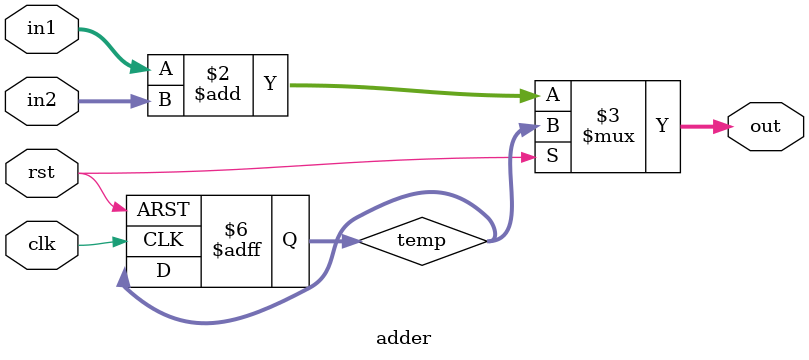
<source format=sv>
module adder( clk,
			  in1,
			  in2,
			  out,
              rst
			);
	parameter N=4;
	
	input clk;
    input rst;
	
	input [N-1:0] in1;
	input [N-1:0] in2;
	
	output [N:0] out;
  reg [N:0] temp;	
  
  assign out=(rst==1)?temp:(in1+in2);
  
  always @(posedge clk or posedge rst)
      if(rst==1)
        begin
          temp=0;
        end
		
endmodule
</source>
